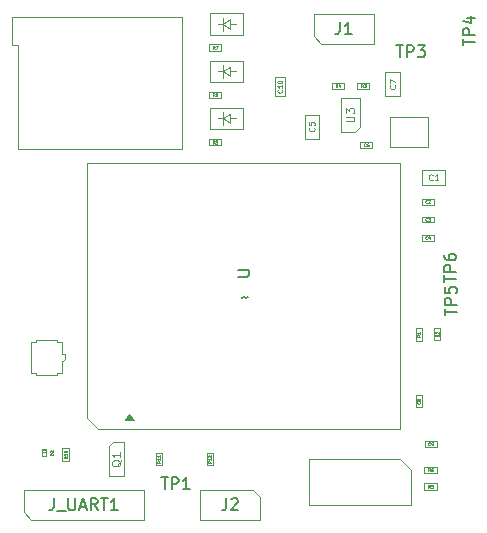
<source format=gbr>
%TF.GenerationSoftware,KiCad,Pcbnew,9.0.6*%
%TF.CreationDate,2025-12-31T00:22:08+05:30*%
%TF.ProjectId,c16qs-carrier-board,63313671-732d-4636-9172-726965722d62,rev?*%
%TF.SameCoordinates,Original*%
%TF.FileFunction,AssemblyDrawing,Top*%
%FSLAX46Y46*%
G04 Gerber Fmt 4.6, Leading zero omitted, Abs format (unit mm)*
G04 Created by KiCad (PCBNEW 9.0.6) date 2025-12-31 00:22:08*
%MOMM*%
%LPD*%
G01*
G04 APERTURE LIST*
%ADD10C,0.040000*%
%ADD11C,0.060000*%
%ADD12C,0.150000*%
%ADD13C,0.080000*%
%ADD14C,0.110000*%
%ADD15C,0.100000*%
G04 APERTURE END LIST*
D10*
X123368200Y-92017142D02*
X123244391Y-92103809D01*
X123368200Y-92165714D02*
X123108200Y-92165714D01*
X123108200Y-92165714D02*
X123108200Y-92066666D01*
X123108200Y-92066666D02*
X123120581Y-92041904D01*
X123120581Y-92041904D02*
X123132962Y-92029523D01*
X123132962Y-92029523D02*
X123157724Y-92017142D01*
X123157724Y-92017142D02*
X123194867Y-92017142D01*
X123194867Y-92017142D02*
X123219629Y-92029523D01*
X123219629Y-92029523D02*
X123232010Y-92041904D01*
X123232010Y-92041904D02*
X123244391Y-92066666D01*
X123244391Y-92066666D02*
X123244391Y-92165714D01*
X123368200Y-91769523D02*
X123368200Y-91918095D01*
X123368200Y-91843809D02*
X123108200Y-91843809D01*
X123108200Y-91843809D02*
X123145343Y-91868571D01*
X123145343Y-91868571D02*
X123170105Y-91893333D01*
X123170105Y-91893333D02*
X123182486Y-91918095D01*
X123368200Y-91521904D02*
X123368200Y-91670476D01*
X123368200Y-91596190D02*
X123108200Y-91596190D01*
X123108200Y-91596190D02*
X123145343Y-91620952D01*
X123145343Y-91620952D02*
X123170105Y-91645714D01*
X123170105Y-91645714D02*
X123182486Y-91670476D01*
D11*
X133643832Y-60557142D02*
X133662880Y-60576190D01*
X133662880Y-60576190D02*
X133681927Y-60633332D01*
X133681927Y-60633332D02*
X133681927Y-60671428D01*
X133681927Y-60671428D02*
X133662880Y-60728571D01*
X133662880Y-60728571D02*
X133624784Y-60766666D01*
X133624784Y-60766666D02*
X133586689Y-60785713D01*
X133586689Y-60785713D02*
X133510499Y-60804761D01*
X133510499Y-60804761D02*
X133453356Y-60804761D01*
X133453356Y-60804761D02*
X133377165Y-60785713D01*
X133377165Y-60785713D02*
X133339070Y-60766666D01*
X133339070Y-60766666D02*
X133300975Y-60728571D01*
X133300975Y-60728571D02*
X133281927Y-60671428D01*
X133281927Y-60671428D02*
X133281927Y-60633332D01*
X133281927Y-60633332D02*
X133300975Y-60576190D01*
X133300975Y-60576190D02*
X133320022Y-60557142D01*
X133681927Y-60176190D02*
X133681927Y-60404761D01*
X133681927Y-60290475D02*
X133281927Y-60290475D01*
X133281927Y-60290475D02*
X133339070Y-60328571D01*
X133339070Y-60328571D02*
X133377165Y-60366666D01*
X133377165Y-60366666D02*
X133396213Y-60404761D01*
X133281927Y-59928571D02*
X133281927Y-59890476D01*
X133281927Y-59890476D02*
X133300975Y-59852380D01*
X133300975Y-59852380D02*
X133320022Y-59833333D01*
X133320022Y-59833333D02*
X133358118Y-59814285D01*
X133358118Y-59814285D02*
X133434308Y-59795238D01*
X133434308Y-59795238D02*
X133529546Y-59795238D01*
X133529546Y-59795238D02*
X133605737Y-59814285D01*
X133605737Y-59814285D02*
X133643832Y-59833333D01*
X133643832Y-59833333D02*
X133662880Y-59852380D01*
X133662880Y-59852380D02*
X133681927Y-59890476D01*
X133681927Y-59890476D02*
X133681927Y-59928571D01*
X133681927Y-59928571D02*
X133662880Y-59966666D01*
X133662880Y-59966666D02*
X133643832Y-59985714D01*
X133643832Y-59985714D02*
X133605737Y-60004761D01*
X133605737Y-60004761D02*
X133529546Y-60023809D01*
X133529546Y-60023809D02*
X133434308Y-60023809D01*
X133434308Y-60023809D02*
X133358118Y-60004761D01*
X133358118Y-60004761D02*
X133320022Y-59985714D01*
X133320022Y-59985714D02*
X133300975Y-59966666D01*
X133300975Y-59966666D02*
X133281927Y-59928571D01*
D10*
X115468200Y-91617142D02*
X115344391Y-91703809D01*
X115468200Y-91765714D02*
X115208200Y-91765714D01*
X115208200Y-91765714D02*
X115208200Y-91666666D01*
X115208200Y-91666666D02*
X115220581Y-91641904D01*
X115220581Y-91641904D02*
X115232962Y-91629523D01*
X115232962Y-91629523D02*
X115257724Y-91617142D01*
X115257724Y-91617142D02*
X115294867Y-91617142D01*
X115294867Y-91617142D02*
X115319629Y-91629523D01*
X115319629Y-91629523D02*
X115332010Y-91641904D01*
X115332010Y-91641904D02*
X115344391Y-91666666D01*
X115344391Y-91666666D02*
X115344391Y-91765714D01*
X115468200Y-91369523D02*
X115468200Y-91518095D01*
X115468200Y-91443809D02*
X115208200Y-91443809D01*
X115208200Y-91443809D02*
X115245343Y-91468571D01*
X115245343Y-91468571D02*
X115270105Y-91493333D01*
X115270105Y-91493333D02*
X115282486Y-91518095D01*
X115208200Y-91208571D02*
X115208200Y-91183809D01*
X115208200Y-91183809D02*
X115220581Y-91159047D01*
X115220581Y-91159047D02*
X115232962Y-91146666D01*
X115232962Y-91146666D02*
X115257724Y-91134285D01*
X115257724Y-91134285D02*
X115307248Y-91121904D01*
X115307248Y-91121904D02*
X115369153Y-91121904D01*
X115369153Y-91121904D02*
X115418677Y-91134285D01*
X115418677Y-91134285D02*
X115443439Y-91146666D01*
X115443439Y-91146666D02*
X115455820Y-91159047D01*
X115455820Y-91159047D02*
X115468200Y-91183809D01*
X115468200Y-91183809D02*
X115468200Y-91208571D01*
X115468200Y-91208571D02*
X115455820Y-91233333D01*
X115455820Y-91233333D02*
X115443439Y-91245714D01*
X115443439Y-91245714D02*
X115418677Y-91258095D01*
X115418677Y-91258095D02*
X115369153Y-91270476D01*
X115369153Y-91270476D02*
X115307248Y-91270476D01*
X115307248Y-91270476D02*
X115257724Y-91258095D01*
X115257724Y-91258095D02*
X115232962Y-91245714D01*
X115232962Y-91245714D02*
X115220581Y-91233333D01*
X115220581Y-91233333D02*
X115208200Y-91208571D01*
X140758333Y-65339765D02*
X140746429Y-65351670D01*
X140746429Y-65351670D02*
X140710714Y-65363574D01*
X140710714Y-65363574D02*
X140686905Y-65363574D01*
X140686905Y-65363574D02*
X140651191Y-65351670D01*
X140651191Y-65351670D02*
X140627381Y-65327860D01*
X140627381Y-65327860D02*
X140615476Y-65304050D01*
X140615476Y-65304050D02*
X140603572Y-65256431D01*
X140603572Y-65256431D02*
X140603572Y-65220717D01*
X140603572Y-65220717D02*
X140615476Y-65173098D01*
X140615476Y-65173098D02*
X140627381Y-65149289D01*
X140627381Y-65149289D02*
X140651191Y-65125479D01*
X140651191Y-65125479D02*
X140686905Y-65113574D01*
X140686905Y-65113574D02*
X140710714Y-65113574D01*
X140710714Y-65113574D02*
X140746429Y-65125479D01*
X140746429Y-65125479D02*
X140758333Y-65137384D01*
X140972619Y-65113574D02*
X140925000Y-65113574D01*
X140925000Y-65113574D02*
X140901191Y-65125479D01*
X140901191Y-65125479D02*
X140889286Y-65137384D01*
X140889286Y-65137384D02*
X140865476Y-65173098D01*
X140865476Y-65173098D02*
X140853572Y-65220717D01*
X140853572Y-65220717D02*
X140853572Y-65315955D01*
X140853572Y-65315955D02*
X140865476Y-65339765D01*
X140865476Y-65339765D02*
X140877381Y-65351670D01*
X140877381Y-65351670D02*
X140901191Y-65363574D01*
X140901191Y-65363574D02*
X140948810Y-65363574D01*
X140948810Y-65363574D02*
X140972619Y-65351670D01*
X140972619Y-65351670D02*
X140984524Y-65339765D01*
X140984524Y-65339765D02*
X140996429Y-65315955D01*
X140996429Y-65315955D02*
X140996429Y-65256431D01*
X140996429Y-65256431D02*
X140984524Y-65232622D01*
X140984524Y-65232622D02*
X140972619Y-65220717D01*
X140972619Y-65220717D02*
X140948810Y-65208812D01*
X140948810Y-65208812D02*
X140901191Y-65208812D01*
X140901191Y-65208812D02*
X140877381Y-65220717D01*
X140877381Y-65220717D02*
X140865476Y-65232622D01*
X140865476Y-65232622D02*
X140853572Y-65256431D01*
X146918200Y-81293332D02*
X146794391Y-81379999D01*
X146918200Y-81441904D02*
X146658200Y-81441904D01*
X146658200Y-81441904D02*
X146658200Y-81342856D01*
X146658200Y-81342856D02*
X146670581Y-81318094D01*
X146670581Y-81318094D02*
X146682962Y-81305713D01*
X146682962Y-81305713D02*
X146707724Y-81293332D01*
X146707724Y-81293332D02*
X146744867Y-81293332D01*
X146744867Y-81293332D02*
X146769629Y-81305713D01*
X146769629Y-81305713D02*
X146782010Y-81318094D01*
X146782010Y-81318094D02*
X146794391Y-81342856D01*
X146794391Y-81342856D02*
X146794391Y-81441904D01*
X146682962Y-81194285D02*
X146670581Y-81181904D01*
X146670581Y-81181904D02*
X146658200Y-81157142D01*
X146658200Y-81157142D02*
X146658200Y-81095237D01*
X146658200Y-81095237D02*
X146670581Y-81070475D01*
X146670581Y-81070475D02*
X146682962Y-81058094D01*
X146682962Y-81058094D02*
X146707724Y-81045713D01*
X146707724Y-81045713D02*
X146732486Y-81045713D01*
X146732486Y-81045713D02*
X146769629Y-81058094D01*
X146769629Y-81058094D02*
X146918200Y-81206666D01*
X146918200Y-81206666D02*
X146918200Y-81045713D01*
X146208333Y-90639765D02*
X146196429Y-90651670D01*
X146196429Y-90651670D02*
X146160714Y-90663574D01*
X146160714Y-90663574D02*
X146136905Y-90663574D01*
X146136905Y-90663574D02*
X146101191Y-90651670D01*
X146101191Y-90651670D02*
X146077381Y-90627860D01*
X146077381Y-90627860D02*
X146065476Y-90604050D01*
X146065476Y-90604050D02*
X146053572Y-90556431D01*
X146053572Y-90556431D02*
X146053572Y-90520717D01*
X146053572Y-90520717D02*
X146065476Y-90473098D01*
X146065476Y-90473098D02*
X146077381Y-90449289D01*
X146077381Y-90449289D02*
X146101191Y-90425479D01*
X146101191Y-90425479D02*
X146136905Y-90413574D01*
X146136905Y-90413574D02*
X146160714Y-90413574D01*
X146160714Y-90413574D02*
X146196429Y-90425479D01*
X146196429Y-90425479D02*
X146208333Y-90437384D01*
X146327381Y-90663574D02*
X146375000Y-90663574D01*
X146375000Y-90663574D02*
X146398810Y-90651670D01*
X146398810Y-90651670D02*
X146410714Y-90639765D01*
X146410714Y-90639765D02*
X146434524Y-90604050D01*
X146434524Y-90604050D02*
X146446429Y-90556431D01*
X146446429Y-90556431D02*
X146446429Y-90461193D01*
X146446429Y-90461193D02*
X146434524Y-90437384D01*
X146434524Y-90437384D02*
X146422619Y-90425479D01*
X146422619Y-90425479D02*
X146398810Y-90413574D01*
X146398810Y-90413574D02*
X146351191Y-90413574D01*
X146351191Y-90413574D02*
X146327381Y-90425479D01*
X146327381Y-90425479D02*
X146315476Y-90437384D01*
X146315476Y-90437384D02*
X146303572Y-90461193D01*
X146303572Y-90461193D02*
X146303572Y-90520717D01*
X146303572Y-90520717D02*
X146315476Y-90544527D01*
X146315476Y-90544527D02*
X146327381Y-90556431D01*
X146327381Y-90556431D02*
X146351191Y-90568336D01*
X146351191Y-90568336D02*
X146398810Y-90568336D01*
X146398810Y-90568336D02*
X146422619Y-90556431D01*
X146422619Y-90556431D02*
X146434524Y-90544527D01*
X146434524Y-90544527D02*
X146446429Y-90520717D01*
D12*
X138561666Y-54854819D02*
X138561666Y-55569104D01*
X138561666Y-55569104D02*
X138514047Y-55711961D01*
X138514047Y-55711961D02*
X138418809Y-55807200D01*
X138418809Y-55807200D02*
X138275952Y-55854819D01*
X138275952Y-55854819D02*
X138180714Y-55854819D01*
X139561666Y-55854819D02*
X138990238Y-55854819D01*
X139275952Y-55854819D02*
X139275952Y-54854819D01*
X139275952Y-54854819D02*
X139180714Y-54997676D01*
X139180714Y-54997676D02*
X139085476Y-55092914D01*
X139085476Y-55092914D02*
X138990238Y-55140533D01*
X128946666Y-95154819D02*
X128946666Y-95869104D01*
X128946666Y-95869104D02*
X128899047Y-96011961D01*
X128899047Y-96011961D02*
X128803809Y-96107200D01*
X128803809Y-96107200D02*
X128660952Y-96154819D01*
X128660952Y-96154819D02*
X128565714Y-96154819D01*
X129375238Y-95250057D02*
X129422857Y-95202438D01*
X129422857Y-95202438D02*
X129518095Y-95154819D01*
X129518095Y-95154819D02*
X129756190Y-95154819D01*
X129756190Y-95154819D02*
X129851428Y-95202438D01*
X129851428Y-95202438D02*
X129899047Y-95250057D01*
X129899047Y-95250057D02*
X129946666Y-95345295D01*
X129946666Y-95345295D02*
X129946666Y-95440533D01*
X129946666Y-95440533D02*
X129899047Y-95583390D01*
X129899047Y-95583390D02*
X129327619Y-96154819D01*
X129327619Y-96154819D02*
X129946666Y-96154819D01*
D13*
X143229530Y-60183333D02*
X143253340Y-60207142D01*
X143253340Y-60207142D02*
X143277149Y-60278571D01*
X143277149Y-60278571D02*
X143277149Y-60326190D01*
X143277149Y-60326190D02*
X143253340Y-60397618D01*
X143253340Y-60397618D02*
X143205720Y-60445237D01*
X143205720Y-60445237D02*
X143158101Y-60469047D01*
X143158101Y-60469047D02*
X143062863Y-60492856D01*
X143062863Y-60492856D02*
X142991435Y-60492856D01*
X142991435Y-60492856D02*
X142896197Y-60469047D01*
X142896197Y-60469047D02*
X142848578Y-60445237D01*
X142848578Y-60445237D02*
X142800959Y-60397618D01*
X142800959Y-60397618D02*
X142777149Y-60326190D01*
X142777149Y-60326190D02*
X142777149Y-60278571D01*
X142777149Y-60278571D02*
X142800959Y-60207142D01*
X142800959Y-60207142D02*
X142824768Y-60183333D01*
X142777149Y-60016666D02*
X142777149Y-59683333D01*
X142777149Y-59683333D02*
X143277149Y-59897618D01*
D10*
X138356667Y-60368200D02*
X138270000Y-60244391D01*
X138208095Y-60368200D02*
X138208095Y-60108200D01*
X138208095Y-60108200D02*
X138307143Y-60108200D01*
X138307143Y-60108200D02*
X138331905Y-60120581D01*
X138331905Y-60120581D02*
X138344286Y-60132962D01*
X138344286Y-60132962D02*
X138356667Y-60157724D01*
X138356667Y-60157724D02*
X138356667Y-60194867D01*
X138356667Y-60194867D02*
X138344286Y-60219629D01*
X138344286Y-60219629D02*
X138331905Y-60232010D01*
X138331905Y-60232010D02*
X138307143Y-60244391D01*
X138307143Y-60244391D02*
X138208095Y-60244391D01*
X138579524Y-60194867D02*
X138579524Y-60368200D01*
X138517619Y-60095820D02*
X138455714Y-60281534D01*
X138455714Y-60281534D02*
X138616667Y-60281534D01*
X145958333Y-73189765D02*
X145946429Y-73201670D01*
X145946429Y-73201670D02*
X145910714Y-73213574D01*
X145910714Y-73213574D02*
X145886905Y-73213574D01*
X145886905Y-73213574D02*
X145851191Y-73201670D01*
X145851191Y-73201670D02*
X145827381Y-73177860D01*
X145827381Y-73177860D02*
X145815476Y-73154050D01*
X145815476Y-73154050D02*
X145803572Y-73106431D01*
X145803572Y-73106431D02*
X145803572Y-73070717D01*
X145803572Y-73070717D02*
X145815476Y-73023098D01*
X145815476Y-73023098D02*
X145827381Y-72999289D01*
X145827381Y-72999289D02*
X145851191Y-72975479D01*
X145851191Y-72975479D02*
X145886905Y-72963574D01*
X145886905Y-72963574D02*
X145910714Y-72963574D01*
X145910714Y-72963574D02*
X145946429Y-72975479D01*
X145946429Y-72975479D02*
X145958333Y-72987384D01*
X146172619Y-73046908D02*
X146172619Y-73213574D01*
X146113095Y-72951670D02*
X146053572Y-73130241D01*
X146053572Y-73130241D02*
X146208333Y-73130241D01*
D14*
X139057365Y-63248571D02*
X139640222Y-63248571D01*
X139640222Y-63248571D02*
X139708794Y-63214285D01*
X139708794Y-63214285D02*
X139743080Y-63180000D01*
X139743080Y-63180000D02*
X139777365Y-63111428D01*
X139777365Y-63111428D02*
X139777365Y-62974285D01*
X139777365Y-62974285D02*
X139743080Y-62905714D01*
X139743080Y-62905714D02*
X139708794Y-62871428D01*
X139708794Y-62871428D02*
X139640222Y-62837142D01*
X139640222Y-62837142D02*
X139057365Y-62837142D01*
X139057365Y-62562856D02*
X139057365Y-62117142D01*
X139057365Y-62117142D02*
X139331651Y-62357142D01*
X139331651Y-62357142D02*
X139331651Y-62254285D01*
X139331651Y-62254285D02*
X139365937Y-62185714D01*
X139365937Y-62185714D02*
X139400222Y-62151428D01*
X139400222Y-62151428D02*
X139468794Y-62117142D01*
X139468794Y-62117142D02*
X139640222Y-62117142D01*
X139640222Y-62117142D02*
X139708794Y-62151428D01*
X139708794Y-62151428D02*
X139743080Y-62185714D01*
X139743080Y-62185714D02*
X139777365Y-62254285D01*
X139777365Y-62254285D02*
X139777365Y-62459999D01*
X139777365Y-62459999D02*
X139743080Y-62528571D01*
X139743080Y-62528571D02*
X139708794Y-62562856D01*
D10*
X146206667Y-94268200D02*
X146120000Y-94144391D01*
X146058095Y-94268200D02*
X146058095Y-94008200D01*
X146058095Y-94008200D02*
X146157143Y-94008200D01*
X146157143Y-94008200D02*
X146181905Y-94020581D01*
X146181905Y-94020581D02*
X146194286Y-94032962D01*
X146194286Y-94032962D02*
X146206667Y-94057724D01*
X146206667Y-94057724D02*
X146206667Y-94094867D01*
X146206667Y-94094867D02*
X146194286Y-94119629D01*
X146194286Y-94119629D02*
X146181905Y-94132010D01*
X146181905Y-94132010D02*
X146157143Y-94144391D01*
X146157143Y-94144391D02*
X146058095Y-94144391D01*
X146441905Y-94008200D02*
X146318095Y-94008200D01*
X146318095Y-94008200D02*
X146305714Y-94132010D01*
X146305714Y-94132010D02*
X146318095Y-94119629D01*
X146318095Y-94119629D02*
X146342857Y-94107248D01*
X146342857Y-94107248D02*
X146404762Y-94107248D01*
X146404762Y-94107248D02*
X146429524Y-94119629D01*
X146429524Y-94119629D02*
X146441905Y-94132010D01*
X146441905Y-94132010D02*
X146454286Y-94156772D01*
X146454286Y-94156772D02*
X146454286Y-94218677D01*
X146454286Y-94218677D02*
X146441905Y-94243439D01*
X146441905Y-94243439D02*
X146429524Y-94255820D01*
X146429524Y-94255820D02*
X146404762Y-94268200D01*
X146404762Y-94268200D02*
X146342857Y-94268200D01*
X146342857Y-94268200D02*
X146318095Y-94255820D01*
X146318095Y-94255820D02*
X146305714Y-94243439D01*
X145368200Y-81343332D02*
X145244391Y-81429999D01*
X145368200Y-81491904D02*
X145108200Y-81491904D01*
X145108200Y-81491904D02*
X145108200Y-81392856D01*
X145108200Y-81392856D02*
X145120581Y-81368094D01*
X145120581Y-81368094D02*
X145132962Y-81355713D01*
X145132962Y-81355713D02*
X145157724Y-81343332D01*
X145157724Y-81343332D02*
X145194867Y-81343332D01*
X145194867Y-81343332D02*
X145219629Y-81355713D01*
X145219629Y-81355713D02*
X145232010Y-81368094D01*
X145232010Y-81368094D02*
X145244391Y-81392856D01*
X145244391Y-81392856D02*
X145244391Y-81491904D01*
X145368200Y-81095713D02*
X145368200Y-81244285D01*
X145368200Y-81169999D02*
X145108200Y-81169999D01*
X145108200Y-81169999D02*
X145145343Y-81194761D01*
X145145343Y-81194761D02*
X145170105Y-81219523D01*
X145170105Y-81219523D02*
X145182486Y-81244285D01*
D14*
X120045937Y-91918571D02*
X120011651Y-91987142D01*
X120011651Y-91987142D02*
X119943080Y-92055714D01*
X119943080Y-92055714D02*
X119840222Y-92158571D01*
X119840222Y-92158571D02*
X119805937Y-92227142D01*
X119805937Y-92227142D02*
X119805937Y-92295714D01*
X119977365Y-92261428D02*
X119943080Y-92330000D01*
X119943080Y-92330000D02*
X119874508Y-92398571D01*
X119874508Y-92398571D02*
X119737365Y-92432857D01*
X119737365Y-92432857D02*
X119497365Y-92432857D01*
X119497365Y-92432857D02*
X119360222Y-92398571D01*
X119360222Y-92398571D02*
X119291651Y-92330000D01*
X119291651Y-92330000D02*
X119257365Y-92261428D01*
X119257365Y-92261428D02*
X119257365Y-92124285D01*
X119257365Y-92124285D02*
X119291651Y-92055714D01*
X119291651Y-92055714D02*
X119360222Y-91987142D01*
X119360222Y-91987142D02*
X119497365Y-91952857D01*
X119497365Y-91952857D02*
X119737365Y-91952857D01*
X119737365Y-91952857D02*
X119874508Y-91987142D01*
X119874508Y-91987142D02*
X119943080Y-92055714D01*
X119943080Y-92055714D02*
X119977365Y-92124285D01*
X119977365Y-92124285D02*
X119977365Y-92261428D01*
X119977365Y-91267142D02*
X119977365Y-91678571D01*
X119977365Y-91472856D02*
X119257365Y-91472856D01*
X119257365Y-91472856D02*
X119360222Y-91541428D01*
X119360222Y-91541428D02*
X119428794Y-91609999D01*
X119428794Y-91609999D02*
X119463080Y-91678571D01*
D10*
X127956667Y-65118200D02*
X127870000Y-64994391D01*
X127808095Y-65118200D02*
X127808095Y-64858200D01*
X127808095Y-64858200D02*
X127907143Y-64858200D01*
X127907143Y-64858200D02*
X127931905Y-64870581D01*
X127931905Y-64870581D02*
X127944286Y-64882962D01*
X127944286Y-64882962D02*
X127956667Y-64907724D01*
X127956667Y-64907724D02*
X127956667Y-64944867D01*
X127956667Y-64944867D02*
X127944286Y-64969629D01*
X127944286Y-64969629D02*
X127931905Y-64982010D01*
X127931905Y-64982010D02*
X127907143Y-64994391D01*
X127907143Y-64994391D02*
X127808095Y-64994391D01*
X128080476Y-65118200D02*
X128130000Y-65118200D01*
X128130000Y-65118200D02*
X128154762Y-65105820D01*
X128154762Y-65105820D02*
X128167143Y-65093439D01*
X128167143Y-65093439D02*
X128191905Y-65056296D01*
X128191905Y-65056296D02*
X128204286Y-65006772D01*
X128204286Y-65006772D02*
X128204286Y-64907724D01*
X128204286Y-64907724D02*
X128191905Y-64882962D01*
X128191905Y-64882962D02*
X128179524Y-64870581D01*
X128179524Y-64870581D02*
X128154762Y-64858200D01*
X128154762Y-64858200D02*
X128105238Y-64858200D01*
X128105238Y-64858200D02*
X128080476Y-64870581D01*
X128080476Y-64870581D02*
X128068095Y-64882962D01*
X128068095Y-64882962D02*
X128055714Y-64907724D01*
X128055714Y-64907724D02*
X128055714Y-64969629D01*
X128055714Y-64969629D02*
X128068095Y-64994391D01*
X128068095Y-64994391D02*
X128080476Y-65006772D01*
X128080476Y-65006772D02*
X128105238Y-65019153D01*
X128105238Y-65019153D02*
X128154762Y-65019153D01*
X128154762Y-65019153D02*
X128179524Y-65006772D01*
X128179524Y-65006772D02*
X128191905Y-64994391D01*
X128191905Y-64994391D02*
X128204286Y-64969629D01*
X127956667Y-57118200D02*
X127870000Y-56994391D01*
X127808095Y-57118200D02*
X127808095Y-56858200D01*
X127808095Y-56858200D02*
X127907143Y-56858200D01*
X127907143Y-56858200D02*
X127931905Y-56870581D01*
X127931905Y-56870581D02*
X127944286Y-56882962D01*
X127944286Y-56882962D02*
X127956667Y-56907724D01*
X127956667Y-56907724D02*
X127956667Y-56944867D01*
X127956667Y-56944867D02*
X127944286Y-56969629D01*
X127944286Y-56969629D02*
X127931905Y-56982010D01*
X127931905Y-56982010D02*
X127907143Y-56994391D01*
X127907143Y-56994391D02*
X127808095Y-56994391D01*
X128043333Y-56858200D02*
X128216667Y-56858200D01*
X128216667Y-56858200D02*
X128105238Y-57118200D01*
D13*
X136379530Y-63783333D02*
X136403340Y-63807142D01*
X136403340Y-63807142D02*
X136427149Y-63878571D01*
X136427149Y-63878571D02*
X136427149Y-63926190D01*
X136427149Y-63926190D02*
X136403340Y-63997618D01*
X136403340Y-63997618D02*
X136355720Y-64045237D01*
X136355720Y-64045237D02*
X136308101Y-64069047D01*
X136308101Y-64069047D02*
X136212863Y-64092856D01*
X136212863Y-64092856D02*
X136141435Y-64092856D01*
X136141435Y-64092856D02*
X136046197Y-64069047D01*
X136046197Y-64069047D02*
X135998578Y-64045237D01*
X135998578Y-64045237D02*
X135950959Y-63997618D01*
X135950959Y-63997618D02*
X135927149Y-63926190D01*
X135927149Y-63926190D02*
X135927149Y-63878571D01*
X135927149Y-63878571D02*
X135950959Y-63807142D01*
X135950959Y-63807142D02*
X135974768Y-63783333D01*
X135927149Y-63330952D02*
X135927149Y-63569047D01*
X135927149Y-63569047D02*
X136165244Y-63592856D01*
X136165244Y-63592856D02*
X136141435Y-63569047D01*
X136141435Y-63569047D02*
X136117625Y-63521428D01*
X136117625Y-63521428D02*
X136117625Y-63402380D01*
X136117625Y-63402380D02*
X136141435Y-63354761D01*
X136141435Y-63354761D02*
X136165244Y-63330952D01*
X136165244Y-63330952D02*
X136212863Y-63307142D01*
X136212863Y-63307142D02*
X136331911Y-63307142D01*
X136331911Y-63307142D02*
X136379530Y-63330952D01*
X136379530Y-63330952D02*
X136403340Y-63354761D01*
X136403340Y-63354761D02*
X136427149Y-63402380D01*
X136427149Y-63402380D02*
X136427149Y-63521428D01*
X136427149Y-63521428D02*
X136403340Y-63569047D01*
X136403340Y-63569047D02*
X136379530Y-63592856D01*
D10*
X145958333Y-70139765D02*
X145946429Y-70151670D01*
X145946429Y-70151670D02*
X145910714Y-70163574D01*
X145910714Y-70163574D02*
X145886905Y-70163574D01*
X145886905Y-70163574D02*
X145851191Y-70151670D01*
X145851191Y-70151670D02*
X145827381Y-70127860D01*
X145827381Y-70127860D02*
X145815476Y-70104050D01*
X145815476Y-70104050D02*
X145803572Y-70056431D01*
X145803572Y-70056431D02*
X145803572Y-70020717D01*
X145803572Y-70020717D02*
X145815476Y-69973098D01*
X145815476Y-69973098D02*
X145827381Y-69949289D01*
X145827381Y-69949289D02*
X145851191Y-69925479D01*
X145851191Y-69925479D02*
X145886905Y-69913574D01*
X145886905Y-69913574D02*
X145910714Y-69913574D01*
X145910714Y-69913574D02*
X145946429Y-69925479D01*
X145946429Y-69925479D02*
X145958333Y-69937384D01*
X146053572Y-69937384D02*
X146065476Y-69925479D01*
X146065476Y-69925479D02*
X146089286Y-69913574D01*
X146089286Y-69913574D02*
X146148810Y-69913574D01*
X146148810Y-69913574D02*
X146172619Y-69925479D01*
X146172619Y-69925479D02*
X146184524Y-69937384D01*
X146184524Y-69937384D02*
X146196429Y-69961193D01*
X146196429Y-69961193D02*
X146196429Y-69985003D01*
X146196429Y-69985003D02*
X146184524Y-70020717D01*
X146184524Y-70020717D02*
X146041667Y-70163574D01*
X146041667Y-70163574D02*
X146196429Y-70163574D01*
X146206667Y-92868200D02*
X146120000Y-92744391D01*
X146058095Y-92868200D02*
X146058095Y-92608200D01*
X146058095Y-92608200D02*
X146157143Y-92608200D01*
X146157143Y-92608200D02*
X146181905Y-92620581D01*
X146181905Y-92620581D02*
X146194286Y-92632962D01*
X146194286Y-92632962D02*
X146206667Y-92657724D01*
X146206667Y-92657724D02*
X146206667Y-92694867D01*
X146206667Y-92694867D02*
X146194286Y-92719629D01*
X146194286Y-92719629D02*
X146181905Y-92732010D01*
X146181905Y-92732010D02*
X146157143Y-92744391D01*
X146157143Y-92744391D02*
X146058095Y-92744391D01*
X146429524Y-92608200D02*
X146380000Y-92608200D01*
X146380000Y-92608200D02*
X146355238Y-92620581D01*
X146355238Y-92620581D02*
X146342857Y-92632962D01*
X146342857Y-92632962D02*
X146318095Y-92670105D01*
X146318095Y-92670105D02*
X146305714Y-92719629D01*
X146305714Y-92719629D02*
X146305714Y-92818677D01*
X146305714Y-92818677D02*
X146318095Y-92843439D01*
X146318095Y-92843439D02*
X146330476Y-92855820D01*
X146330476Y-92855820D02*
X146355238Y-92868200D01*
X146355238Y-92868200D02*
X146404762Y-92868200D01*
X146404762Y-92868200D02*
X146429524Y-92855820D01*
X146429524Y-92855820D02*
X146441905Y-92843439D01*
X146441905Y-92843439D02*
X146454286Y-92818677D01*
X146454286Y-92818677D02*
X146454286Y-92756772D01*
X146454286Y-92756772D02*
X146441905Y-92732010D01*
X146441905Y-92732010D02*
X146429524Y-92719629D01*
X146429524Y-92719629D02*
X146404762Y-92707248D01*
X146404762Y-92707248D02*
X146355238Y-92707248D01*
X146355238Y-92707248D02*
X146330476Y-92719629D01*
X146330476Y-92719629D02*
X146318095Y-92732010D01*
X146318095Y-92732010D02*
X146305714Y-92756772D01*
X145339765Y-86991666D02*
X145351670Y-87003570D01*
X145351670Y-87003570D02*
X145363574Y-87039285D01*
X145363574Y-87039285D02*
X145363574Y-87063094D01*
X145363574Y-87063094D02*
X145351670Y-87098808D01*
X145351670Y-87098808D02*
X145327860Y-87122618D01*
X145327860Y-87122618D02*
X145304050Y-87134523D01*
X145304050Y-87134523D02*
X145256431Y-87146427D01*
X145256431Y-87146427D02*
X145220717Y-87146427D01*
X145220717Y-87146427D02*
X145173098Y-87134523D01*
X145173098Y-87134523D02*
X145149289Y-87122618D01*
X145149289Y-87122618D02*
X145125479Y-87098808D01*
X145125479Y-87098808D02*
X145113574Y-87063094D01*
X145113574Y-87063094D02*
X145113574Y-87039285D01*
X145113574Y-87039285D02*
X145125479Y-87003570D01*
X145125479Y-87003570D02*
X145137384Y-86991666D01*
X145220717Y-86848808D02*
X145208812Y-86872618D01*
X145208812Y-86872618D02*
X145196908Y-86884523D01*
X145196908Y-86884523D02*
X145173098Y-86896427D01*
X145173098Y-86896427D02*
X145161193Y-86896427D01*
X145161193Y-86896427D02*
X145137384Y-86884523D01*
X145137384Y-86884523D02*
X145125479Y-86872618D01*
X145125479Y-86872618D02*
X145113574Y-86848808D01*
X145113574Y-86848808D02*
X145113574Y-86801189D01*
X145113574Y-86801189D02*
X145125479Y-86777380D01*
X145125479Y-86777380D02*
X145137384Y-86765475D01*
X145137384Y-86765475D02*
X145161193Y-86753570D01*
X145161193Y-86753570D02*
X145173098Y-86753570D01*
X145173098Y-86753570D02*
X145196908Y-86765475D01*
X145196908Y-86765475D02*
X145208812Y-86777380D01*
X145208812Y-86777380D02*
X145220717Y-86801189D01*
X145220717Y-86801189D02*
X145220717Y-86848808D01*
X145220717Y-86848808D02*
X145232622Y-86872618D01*
X145232622Y-86872618D02*
X145244527Y-86884523D01*
X145244527Y-86884523D02*
X145268336Y-86896427D01*
X145268336Y-86896427D02*
X145315955Y-86896427D01*
X145315955Y-86896427D02*
X145339765Y-86884523D01*
X145339765Y-86884523D02*
X145351670Y-86872618D01*
X145351670Y-86872618D02*
X145363574Y-86848808D01*
X145363574Y-86848808D02*
X145363574Y-86801189D01*
X145363574Y-86801189D02*
X145351670Y-86777380D01*
X145351670Y-86777380D02*
X145339765Y-86765475D01*
X145339765Y-86765475D02*
X145315955Y-86753570D01*
X145315955Y-86753570D02*
X145268336Y-86753570D01*
X145268336Y-86753570D02*
X145244527Y-86765475D01*
X145244527Y-86765475D02*
X145232622Y-86777380D01*
X145232622Y-86777380D02*
X145220717Y-86801189D01*
X140506667Y-60368200D02*
X140420000Y-60244391D01*
X140358095Y-60368200D02*
X140358095Y-60108200D01*
X140358095Y-60108200D02*
X140457143Y-60108200D01*
X140457143Y-60108200D02*
X140481905Y-60120581D01*
X140481905Y-60120581D02*
X140494286Y-60132962D01*
X140494286Y-60132962D02*
X140506667Y-60157724D01*
X140506667Y-60157724D02*
X140506667Y-60194867D01*
X140506667Y-60194867D02*
X140494286Y-60219629D01*
X140494286Y-60219629D02*
X140481905Y-60232010D01*
X140481905Y-60232010D02*
X140457143Y-60244391D01*
X140457143Y-60244391D02*
X140358095Y-60244391D01*
X140593333Y-60108200D02*
X140754286Y-60108200D01*
X140754286Y-60108200D02*
X140667619Y-60207248D01*
X140667619Y-60207248D02*
X140704762Y-60207248D01*
X140704762Y-60207248D02*
X140729524Y-60219629D01*
X140729524Y-60219629D02*
X140741905Y-60232010D01*
X140741905Y-60232010D02*
X140754286Y-60256772D01*
X140754286Y-60256772D02*
X140754286Y-60318677D01*
X140754286Y-60318677D02*
X140741905Y-60343439D01*
X140741905Y-60343439D02*
X140729524Y-60355820D01*
X140729524Y-60355820D02*
X140704762Y-60368200D01*
X140704762Y-60368200D02*
X140630476Y-60368200D01*
X140630476Y-60368200D02*
X140605714Y-60355820D01*
X140605714Y-60355820D02*
X140593333Y-60343439D01*
X145958333Y-71639765D02*
X145946429Y-71651670D01*
X145946429Y-71651670D02*
X145910714Y-71663574D01*
X145910714Y-71663574D02*
X145886905Y-71663574D01*
X145886905Y-71663574D02*
X145851191Y-71651670D01*
X145851191Y-71651670D02*
X145827381Y-71627860D01*
X145827381Y-71627860D02*
X145815476Y-71604050D01*
X145815476Y-71604050D02*
X145803572Y-71556431D01*
X145803572Y-71556431D02*
X145803572Y-71520717D01*
X145803572Y-71520717D02*
X145815476Y-71473098D01*
X145815476Y-71473098D02*
X145827381Y-71449289D01*
X145827381Y-71449289D02*
X145851191Y-71425479D01*
X145851191Y-71425479D02*
X145886905Y-71413574D01*
X145886905Y-71413574D02*
X145910714Y-71413574D01*
X145910714Y-71413574D02*
X145946429Y-71425479D01*
X145946429Y-71425479D02*
X145958333Y-71437384D01*
X146041667Y-71413574D02*
X146196429Y-71413574D01*
X146196429Y-71413574D02*
X146113095Y-71508812D01*
X146113095Y-71508812D02*
X146148810Y-71508812D01*
X146148810Y-71508812D02*
X146172619Y-71520717D01*
X146172619Y-71520717D02*
X146184524Y-71532622D01*
X146184524Y-71532622D02*
X146196429Y-71556431D01*
X146196429Y-71556431D02*
X146196429Y-71615955D01*
X146196429Y-71615955D02*
X146184524Y-71639765D01*
X146184524Y-71639765D02*
X146172619Y-71651670D01*
X146172619Y-71651670D02*
X146148810Y-71663574D01*
X146148810Y-71663574D02*
X146077381Y-71663574D01*
X146077381Y-71663574D02*
X146053572Y-71651670D01*
X146053572Y-71651670D02*
X146041667Y-71639765D01*
D12*
X149002819Y-56811904D02*
X149002819Y-56240476D01*
X150002819Y-56526190D02*
X149002819Y-56526190D01*
X150002819Y-55907142D02*
X149002819Y-55907142D01*
X149002819Y-55907142D02*
X149002819Y-55526190D01*
X149002819Y-55526190D02*
X149050438Y-55430952D01*
X149050438Y-55430952D02*
X149098057Y-55383333D01*
X149098057Y-55383333D02*
X149193295Y-55335714D01*
X149193295Y-55335714D02*
X149336152Y-55335714D01*
X149336152Y-55335714D02*
X149431390Y-55383333D01*
X149431390Y-55383333D02*
X149479009Y-55430952D01*
X149479009Y-55430952D02*
X149526628Y-55526190D01*
X149526628Y-55526190D02*
X149526628Y-55907142D01*
X149336152Y-54478571D02*
X150002819Y-54478571D01*
X148955200Y-54716666D02*
X149669485Y-54954761D01*
X149669485Y-54954761D02*
X149669485Y-54335714D01*
D10*
X127956667Y-61118200D02*
X127870000Y-60994391D01*
X127808095Y-61118200D02*
X127808095Y-60858200D01*
X127808095Y-60858200D02*
X127907143Y-60858200D01*
X127907143Y-60858200D02*
X127931905Y-60870581D01*
X127931905Y-60870581D02*
X127944286Y-60882962D01*
X127944286Y-60882962D02*
X127956667Y-60907724D01*
X127956667Y-60907724D02*
X127956667Y-60944867D01*
X127956667Y-60944867D02*
X127944286Y-60969629D01*
X127944286Y-60969629D02*
X127931905Y-60982010D01*
X127931905Y-60982010D02*
X127907143Y-60994391D01*
X127907143Y-60994391D02*
X127808095Y-60994391D01*
X128105238Y-60969629D02*
X128080476Y-60957248D01*
X128080476Y-60957248D02*
X128068095Y-60944867D01*
X128068095Y-60944867D02*
X128055714Y-60920105D01*
X128055714Y-60920105D02*
X128055714Y-60907724D01*
X128055714Y-60907724D02*
X128068095Y-60882962D01*
X128068095Y-60882962D02*
X128080476Y-60870581D01*
X128080476Y-60870581D02*
X128105238Y-60858200D01*
X128105238Y-60858200D02*
X128154762Y-60858200D01*
X128154762Y-60858200D02*
X128179524Y-60870581D01*
X128179524Y-60870581D02*
X128191905Y-60882962D01*
X128191905Y-60882962D02*
X128204286Y-60907724D01*
X128204286Y-60907724D02*
X128204286Y-60920105D01*
X128204286Y-60920105D02*
X128191905Y-60944867D01*
X128191905Y-60944867D02*
X128179524Y-60957248D01*
X128179524Y-60957248D02*
X128154762Y-60969629D01*
X128154762Y-60969629D02*
X128105238Y-60969629D01*
X128105238Y-60969629D02*
X128080476Y-60982010D01*
X128080476Y-60982010D02*
X128068095Y-60994391D01*
X128068095Y-60994391D02*
X128055714Y-61019153D01*
X128055714Y-61019153D02*
X128055714Y-61068677D01*
X128055714Y-61068677D02*
X128068095Y-61093439D01*
X128068095Y-61093439D02*
X128080476Y-61105820D01*
X128080476Y-61105820D02*
X128105238Y-61118200D01*
X128105238Y-61118200D02*
X128154762Y-61118200D01*
X128154762Y-61118200D02*
X128179524Y-61105820D01*
X128179524Y-61105820D02*
X128191905Y-61093439D01*
X128191905Y-61093439D02*
X128204286Y-61068677D01*
X128204286Y-61068677D02*
X128204286Y-61019153D01*
X128204286Y-61019153D02*
X128191905Y-60994391D01*
X128191905Y-60994391D02*
X128179524Y-60982010D01*
X128179524Y-60982010D02*
X128154762Y-60969629D01*
X114293574Y-91484523D02*
X114043574Y-91484523D01*
X114043574Y-91484523D02*
X114043574Y-91424999D01*
X114043574Y-91424999D02*
X114055479Y-91389285D01*
X114055479Y-91389285D02*
X114079289Y-91365475D01*
X114079289Y-91365475D02*
X114103098Y-91353570D01*
X114103098Y-91353570D02*
X114150717Y-91341666D01*
X114150717Y-91341666D02*
X114186431Y-91341666D01*
X114186431Y-91341666D02*
X114234050Y-91353570D01*
X114234050Y-91353570D02*
X114257860Y-91365475D01*
X114257860Y-91365475D02*
X114281670Y-91389285D01*
X114281670Y-91389285D02*
X114293574Y-91424999D01*
X114293574Y-91424999D02*
X114293574Y-91484523D01*
X114067384Y-91246427D02*
X114055479Y-91234523D01*
X114055479Y-91234523D02*
X114043574Y-91210713D01*
X114043574Y-91210713D02*
X114043574Y-91151189D01*
X114043574Y-91151189D02*
X114055479Y-91127380D01*
X114055479Y-91127380D02*
X114067384Y-91115475D01*
X114067384Y-91115475D02*
X114091193Y-91103570D01*
X114091193Y-91103570D02*
X114115003Y-91103570D01*
X114115003Y-91103570D02*
X114150717Y-91115475D01*
X114150717Y-91115475D02*
X114293574Y-91258332D01*
X114293574Y-91258332D02*
X114293574Y-91103570D01*
D12*
X147404819Y-76861904D02*
X147404819Y-76290476D01*
X148404819Y-76576190D02*
X147404819Y-76576190D01*
X148404819Y-75957142D02*
X147404819Y-75957142D01*
X147404819Y-75957142D02*
X147404819Y-75576190D01*
X147404819Y-75576190D02*
X147452438Y-75480952D01*
X147452438Y-75480952D02*
X147500057Y-75433333D01*
X147500057Y-75433333D02*
X147595295Y-75385714D01*
X147595295Y-75385714D02*
X147738152Y-75385714D01*
X147738152Y-75385714D02*
X147833390Y-75433333D01*
X147833390Y-75433333D02*
X147881009Y-75480952D01*
X147881009Y-75480952D02*
X147928628Y-75576190D01*
X147928628Y-75576190D02*
X147928628Y-75957142D01*
X147404819Y-74528571D02*
X147404819Y-74719047D01*
X147404819Y-74719047D02*
X147452438Y-74814285D01*
X147452438Y-74814285D02*
X147500057Y-74861904D01*
X147500057Y-74861904D02*
X147642914Y-74957142D01*
X147642914Y-74957142D02*
X147833390Y-75004761D01*
X147833390Y-75004761D02*
X148214342Y-75004761D01*
X148214342Y-75004761D02*
X148309580Y-74957142D01*
X148309580Y-74957142D02*
X148357200Y-74909523D01*
X148357200Y-74909523D02*
X148404819Y-74814285D01*
X148404819Y-74814285D02*
X148404819Y-74623809D01*
X148404819Y-74623809D02*
X148357200Y-74528571D01*
X148357200Y-74528571D02*
X148309580Y-74480952D01*
X148309580Y-74480952D02*
X148214342Y-74433333D01*
X148214342Y-74433333D02*
X147976247Y-74433333D01*
X147976247Y-74433333D02*
X147881009Y-74480952D01*
X147881009Y-74480952D02*
X147833390Y-74528571D01*
X147833390Y-74528571D02*
X147785771Y-74623809D01*
X147785771Y-74623809D02*
X147785771Y-74814285D01*
X147785771Y-74814285D02*
X147833390Y-74909523D01*
X147833390Y-74909523D02*
X147881009Y-74957142D01*
X147881009Y-74957142D02*
X147976247Y-75004761D01*
D10*
X127668200Y-92017142D02*
X127544391Y-92103809D01*
X127668200Y-92165714D02*
X127408200Y-92165714D01*
X127408200Y-92165714D02*
X127408200Y-92066666D01*
X127408200Y-92066666D02*
X127420581Y-92041904D01*
X127420581Y-92041904D02*
X127432962Y-92029523D01*
X127432962Y-92029523D02*
X127457724Y-92017142D01*
X127457724Y-92017142D02*
X127494867Y-92017142D01*
X127494867Y-92017142D02*
X127519629Y-92029523D01*
X127519629Y-92029523D02*
X127532010Y-92041904D01*
X127532010Y-92041904D02*
X127544391Y-92066666D01*
X127544391Y-92066666D02*
X127544391Y-92165714D01*
X127668200Y-91769523D02*
X127668200Y-91918095D01*
X127668200Y-91843809D02*
X127408200Y-91843809D01*
X127408200Y-91843809D02*
X127445343Y-91868571D01*
X127445343Y-91868571D02*
X127470105Y-91893333D01*
X127470105Y-91893333D02*
X127482486Y-91918095D01*
X127432962Y-91670476D02*
X127420581Y-91658095D01*
X127420581Y-91658095D02*
X127408200Y-91633333D01*
X127408200Y-91633333D02*
X127408200Y-91571428D01*
X127408200Y-91571428D02*
X127420581Y-91546666D01*
X127420581Y-91546666D02*
X127432962Y-91534285D01*
X127432962Y-91534285D02*
X127457724Y-91521904D01*
X127457724Y-91521904D02*
X127482486Y-91521904D01*
X127482486Y-91521904D02*
X127519629Y-91534285D01*
X127519629Y-91534285D02*
X127668200Y-91682857D01*
X127668200Y-91682857D02*
X127668200Y-91521904D01*
D12*
X147454819Y-79661904D02*
X147454819Y-79090476D01*
X148454819Y-79376190D02*
X147454819Y-79376190D01*
X148454819Y-78757142D02*
X147454819Y-78757142D01*
X147454819Y-78757142D02*
X147454819Y-78376190D01*
X147454819Y-78376190D02*
X147502438Y-78280952D01*
X147502438Y-78280952D02*
X147550057Y-78233333D01*
X147550057Y-78233333D02*
X147645295Y-78185714D01*
X147645295Y-78185714D02*
X147788152Y-78185714D01*
X147788152Y-78185714D02*
X147883390Y-78233333D01*
X147883390Y-78233333D02*
X147931009Y-78280952D01*
X147931009Y-78280952D02*
X147978628Y-78376190D01*
X147978628Y-78376190D02*
X147978628Y-78757142D01*
X147454819Y-77280952D02*
X147454819Y-77757142D01*
X147454819Y-77757142D02*
X147931009Y-77804761D01*
X147931009Y-77804761D02*
X147883390Y-77757142D01*
X147883390Y-77757142D02*
X147835771Y-77661904D01*
X147835771Y-77661904D02*
X147835771Y-77423809D01*
X147835771Y-77423809D02*
X147883390Y-77328571D01*
X147883390Y-77328571D02*
X147931009Y-77280952D01*
X147931009Y-77280952D02*
X148026247Y-77233333D01*
X148026247Y-77233333D02*
X148264342Y-77233333D01*
X148264342Y-77233333D02*
X148359580Y-77280952D01*
X148359580Y-77280952D02*
X148407200Y-77328571D01*
X148407200Y-77328571D02*
X148454819Y-77423809D01*
X148454819Y-77423809D02*
X148454819Y-77661904D01*
X148454819Y-77661904D02*
X148407200Y-77757142D01*
X148407200Y-77757142D02*
X148359580Y-77804761D01*
X143338095Y-56804819D02*
X143909523Y-56804819D01*
X143623809Y-57804819D02*
X143623809Y-56804819D01*
X144242857Y-57804819D02*
X144242857Y-56804819D01*
X144242857Y-56804819D02*
X144623809Y-56804819D01*
X144623809Y-56804819D02*
X144719047Y-56852438D01*
X144719047Y-56852438D02*
X144766666Y-56900057D01*
X144766666Y-56900057D02*
X144814285Y-56995295D01*
X144814285Y-56995295D02*
X144814285Y-57138152D01*
X144814285Y-57138152D02*
X144766666Y-57233390D01*
X144766666Y-57233390D02*
X144719047Y-57281009D01*
X144719047Y-57281009D02*
X144623809Y-57328628D01*
X144623809Y-57328628D02*
X144242857Y-57328628D01*
X145147619Y-56804819D02*
X145766666Y-56804819D01*
X145766666Y-56804819D02*
X145433333Y-57185771D01*
X145433333Y-57185771D02*
X145576190Y-57185771D01*
X145576190Y-57185771D02*
X145671428Y-57233390D01*
X145671428Y-57233390D02*
X145719047Y-57281009D01*
X145719047Y-57281009D02*
X145766666Y-57376247D01*
X145766666Y-57376247D02*
X145766666Y-57614342D01*
X145766666Y-57614342D02*
X145719047Y-57709580D01*
X145719047Y-57709580D02*
X145671428Y-57757200D01*
X145671428Y-57757200D02*
X145576190Y-57804819D01*
X145576190Y-57804819D02*
X145290476Y-57804819D01*
X145290476Y-57804819D02*
X145195238Y-57757200D01*
X145195238Y-57757200D02*
X145147619Y-57709580D01*
X130761904Y-78076133D02*
X130714285Y-78123752D01*
X130714285Y-78123752D02*
X130619047Y-78171371D01*
X130619047Y-78171371D02*
X130428571Y-78076133D01*
X130428571Y-78076133D02*
X130333333Y-78123752D01*
X130333333Y-78123752D02*
X130285714Y-78171371D01*
X129904819Y-76385713D02*
X130714342Y-76385713D01*
X130714342Y-76385713D02*
X130809580Y-76338094D01*
X130809580Y-76338094D02*
X130857200Y-76290475D01*
X130857200Y-76290475D02*
X130904819Y-76195237D01*
X130904819Y-76195237D02*
X130904819Y-76004761D01*
X130904819Y-76004761D02*
X130857200Y-75909523D01*
X130857200Y-75909523D02*
X130809580Y-75861904D01*
X130809580Y-75861904D02*
X130714342Y-75814285D01*
X130714342Y-75814285D02*
X129904819Y-75814285D01*
X114342380Y-95154819D02*
X114342380Y-95869104D01*
X114342380Y-95869104D02*
X114294761Y-96011961D01*
X114294761Y-96011961D02*
X114199523Y-96107200D01*
X114199523Y-96107200D02*
X114056666Y-96154819D01*
X114056666Y-96154819D02*
X113961428Y-96154819D01*
X114580476Y-96250057D02*
X115342380Y-96250057D01*
X115580476Y-95154819D02*
X115580476Y-95964342D01*
X115580476Y-95964342D02*
X115628095Y-96059580D01*
X115628095Y-96059580D02*
X115675714Y-96107200D01*
X115675714Y-96107200D02*
X115770952Y-96154819D01*
X115770952Y-96154819D02*
X115961428Y-96154819D01*
X115961428Y-96154819D02*
X116056666Y-96107200D01*
X116056666Y-96107200D02*
X116104285Y-96059580D01*
X116104285Y-96059580D02*
X116151904Y-95964342D01*
X116151904Y-95964342D02*
X116151904Y-95154819D01*
X116580476Y-95869104D02*
X117056666Y-95869104D01*
X116485238Y-96154819D02*
X116818571Y-95154819D01*
X116818571Y-95154819D02*
X117151904Y-96154819D01*
X118056666Y-96154819D02*
X117723333Y-95678628D01*
X117485238Y-96154819D02*
X117485238Y-95154819D01*
X117485238Y-95154819D02*
X117866190Y-95154819D01*
X117866190Y-95154819D02*
X117961428Y-95202438D01*
X117961428Y-95202438D02*
X118009047Y-95250057D01*
X118009047Y-95250057D02*
X118056666Y-95345295D01*
X118056666Y-95345295D02*
X118056666Y-95488152D01*
X118056666Y-95488152D02*
X118009047Y-95583390D01*
X118009047Y-95583390D02*
X117961428Y-95631009D01*
X117961428Y-95631009D02*
X117866190Y-95678628D01*
X117866190Y-95678628D02*
X117485238Y-95678628D01*
X118342381Y-95154819D02*
X118913809Y-95154819D01*
X118628095Y-96154819D02*
X118628095Y-95154819D01*
X119770952Y-96154819D02*
X119199524Y-96154819D01*
X119485238Y-96154819D02*
X119485238Y-95154819D01*
X119485238Y-95154819D02*
X119390000Y-95297676D01*
X119390000Y-95297676D02*
X119294762Y-95392914D01*
X119294762Y-95392914D02*
X119199524Y-95440533D01*
D13*
X146416666Y-68179530D02*
X146392857Y-68203340D01*
X146392857Y-68203340D02*
X146321428Y-68227149D01*
X146321428Y-68227149D02*
X146273809Y-68227149D01*
X146273809Y-68227149D02*
X146202381Y-68203340D01*
X146202381Y-68203340D02*
X146154762Y-68155720D01*
X146154762Y-68155720D02*
X146130952Y-68108101D01*
X146130952Y-68108101D02*
X146107143Y-68012863D01*
X146107143Y-68012863D02*
X146107143Y-67941435D01*
X146107143Y-67941435D02*
X146130952Y-67846197D01*
X146130952Y-67846197D02*
X146154762Y-67798578D01*
X146154762Y-67798578D02*
X146202381Y-67750959D01*
X146202381Y-67750959D02*
X146273809Y-67727149D01*
X146273809Y-67727149D02*
X146321428Y-67727149D01*
X146321428Y-67727149D02*
X146392857Y-67750959D01*
X146392857Y-67750959D02*
X146416666Y-67774768D01*
X146892857Y-68227149D02*
X146607143Y-68227149D01*
X146750000Y-68227149D02*
X146750000Y-67727149D01*
X146750000Y-67727149D02*
X146702381Y-67798578D01*
X146702381Y-67798578D02*
X146654762Y-67846197D01*
X146654762Y-67846197D02*
X146607143Y-67870006D01*
D12*
X123438095Y-93389819D02*
X124009523Y-93389819D01*
X123723809Y-94389819D02*
X123723809Y-93389819D01*
X124342857Y-94389819D02*
X124342857Y-93389819D01*
X124342857Y-93389819D02*
X124723809Y-93389819D01*
X124723809Y-93389819D02*
X124819047Y-93437438D01*
X124819047Y-93437438D02*
X124866666Y-93485057D01*
X124866666Y-93485057D02*
X124914285Y-93580295D01*
X124914285Y-93580295D02*
X124914285Y-93723152D01*
X124914285Y-93723152D02*
X124866666Y-93818390D01*
X124866666Y-93818390D02*
X124819047Y-93866009D01*
X124819047Y-93866009D02*
X124723809Y-93913628D01*
X124723809Y-93913628D02*
X124342857Y-93913628D01*
X125866666Y-94389819D02*
X125295238Y-94389819D01*
X125580952Y-94389819D02*
X125580952Y-93389819D01*
X125580952Y-93389819D02*
X125485714Y-93532676D01*
X125485714Y-93532676D02*
X125390476Y-93627914D01*
X125390476Y-93627914D02*
X125295238Y-93675533D01*
D15*
%TO.C,R11*%
X122980000Y-91325000D02*
X123520000Y-91325000D01*
X122980000Y-92375000D02*
X122980000Y-91325000D01*
X123520000Y-91325000D02*
X123520000Y-92375000D01*
X123520000Y-92375000D02*
X122980000Y-92375000D01*
%TO.C,C10*%
X133100000Y-59500000D02*
X133900000Y-59500000D01*
X133100000Y-61100000D02*
X133100000Y-59500000D01*
X133900000Y-59500000D02*
X133900000Y-61100000D01*
X133900000Y-61100000D02*
X133100000Y-61100000D01*
%TO.C,R10*%
X115080000Y-90925000D02*
X115620000Y-90925000D01*
X115080000Y-91975000D02*
X115080000Y-90925000D01*
X115620000Y-90925000D02*
X115620000Y-91975000D01*
X115620000Y-91975000D02*
X115080000Y-91975000D01*
%TO.C,C6*%
X140300000Y-65000000D02*
X141300000Y-65000000D01*
X140300000Y-65500000D02*
X140300000Y-65000000D01*
X141300000Y-65000000D02*
X141300000Y-65500000D01*
X141300000Y-65500000D02*
X140300000Y-65500000D01*
%TO.C,R2*%
X146530000Y-80725000D02*
X147070000Y-80725000D01*
X146530000Y-81775000D02*
X146530000Y-80725000D01*
X147070000Y-80725000D02*
X147070000Y-81775000D01*
X147070000Y-81775000D02*
X146530000Y-81775000D01*
%TO.C,C9*%
X145750000Y-90300000D02*
X146750000Y-90300000D01*
X145750000Y-90800000D02*
X145750000Y-90300000D01*
X146750000Y-90300000D02*
X146750000Y-90800000D01*
X146750000Y-90800000D02*
X145750000Y-90800000D01*
%TO.C,J1*%
X136355000Y-54130000D02*
X141435000Y-54130000D01*
X136355000Y-56035000D02*
X136355000Y-54130000D01*
X136990000Y-56670000D02*
X136355000Y-56035000D01*
X141435000Y-54130000D02*
X141435000Y-56670000D01*
X141435000Y-56670000D02*
X136990000Y-56670000D01*
%TO.C,J2*%
X126740000Y-94430000D02*
X131185000Y-94430000D01*
X126740000Y-96970000D02*
X126740000Y-94430000D01*
X131185000Y-94430000D02*
X131820000Y-95065000D01*
X131820000Y-95065000D02*
X131820000Y-96970000D01*
X131820000Y-96970000D02*
X126740000Y-96970000D01*
%TO.C,C7*%
X142425000Y-59100000D02*
X143675000Y-59100000D01*
X142425000Y-61100000D02*
X142425000Y-59100000D01*
X143675000Y-59100000D02*
X143675000Y-61100000D01*
X143675000Y-61100000D02*
X142425000Y-61100000D01*
%TO.C,R4*%
X137875000Y-59980000D02*
X138925000Y-59980000D01*
X137875000Y-60520000D02*
X137875000Y-59980000D01*
X138925000Y-59980000D02*
X138925000Y-60520000D01*
X138925000Y-60520000D02*
X137875000Y-60520000D01*
%TO.C,C4*%
X145500000Y-72850000D02*
X146500000Y-72850000D01*
X145500000Y-73350000D02*
X145500000Y-72850000D01*
X146500000Y-72850000D02*
X146500000Y-73350000D01*
X146500000Y-73350000D02*
X145500000Y-73350000D01*
%TO.C,U3*%
X140250000Y-63750000D02*
X139850000Y-64150000D01*
X138650000Y-64150000D01*
X138650000Y-61250000D01*
X140250000Y-61250000D01*
X140250000Y-63750000D01*
%TO.C,R5*%
X145725000Y-93880000D02*
X146775000Y-93880000D01*
X145725000Y-94420000D02*
X145725000Y-93880000D01*
X146775000Y-93880000D02*
X146775000Y-94420000D01*
X146775000Y-94420000D02*
X145725000Y-94420000D01*
%TO.C,R1*%
X144980000Y-80775000D02*
X145520000Y-80775000D01*
X144980000Y-81825000D02*
X144980000Y-80775000D01*
X145520000Y-80775000D02*
X145520000Y-81825000D01*
X145520000Y-81825000D02*
X144980000Y-81825000D01*
%TO.C,L1*%
X142850000Y-62900000D02*
X146050000Y-62900000D01*
X142850000Y-65400000D02*
X142850000Y-62900000D01*
X146050000Y-62900000D02*
X146050000Y-65400000D01*
X146050000Y-65400000D02*
X142850000Y-65400000D01*
%TO.C,Q1*%
X120300000Y-93300000D02*
X119000000Y-93300000D01*
X119000000Y-90725000D01*
X119325000Y-90400000D01*
X120300000Y-90400000D01*
X120300000Y-93300000D01*
%TO.C,R9*%
X127475000Y-64730000D02*
X128525000Y-64730000D01*
X127475000Y-65270000D02*
X127475000Y-64730000D01*
X128525000Y-64730000D02*
X128525000Y-65270000D01*
X128525000Y-65270000D02*
X127475000Y-65270000D01*
%TO.C,R7*%
X127475000Y-56730000D02*
X128525000Y-56730000D01*
X127475000Y-57270000D02*
X127475000Y-56730000D01*
X128525000Y-56730000D02*
X128525000Y-57270000D01*
X128525000Y-57270000D02*
X127475000Y-57270000D01*
%TO.C,C5*%
X135575000Y-62700000D02*
X136825000Y-62700000D01*
X135575000Y-64700000D02*
X135575000Y-62700000D01*
X136825000Y-62700000D02*
X136825000Y-64700000D01*
X136825000Y-64700000D02*
X135575000Y-64700000D01*
%TO.C,C2*%
X145500000Y-69800000D02*
X146500000Y-69800000D01*
X145500000Y-70300000D02*
X145500000Y-69800000D01*
X146500000Y-69800000D02*
X146500000Y-70300000D01*
X146500000Y-70300000D02*
X145500000Y-70300000D01*
%TO.C,J_RF1*%
X112455000Y-81950000D02*
X112855000Y-81950000D01*
X112455000Y-84550000D02*
X112455000Y-81950000D01*
X112455000Y-84550000D02*
X112855000Y-84550000D01*
X112855000Y-81750000D02*
X112855000Y-81950000D01*
X112855000Y-84750000D02*
X112855000Y-84550000D01*
X114655000Y-81750000D02*
X112855000Y-81750000D01*
X114655000Y-81750000D02*
X114655000Y-81950000D01*
X114655000Y-81950000D02*
X115055000Y-81950000D01*
X114655000Y-84550000D02*
X115055000Y-84550000D01*
X114655000Y-84750000D02*
X112855000Y-84750000D01*
X114655000Y-84750000D02*
X114655000Y-84550000D01*
X115055000Y-82950000D02*
X115055000Y-81950000D01*
X115055000Y-83550000D02*
X115055000Y-84550000D01*
X115155000Y-83550000D02*
X115055000Y-83550000D01*
X115155000Y-83550000D02*
X115305000Y-83400000D01*
X115305000Y-82950000D02*
X115055000Y-82950000D01*
X115305000Y-82950000D02*
X115305000Y-83400000D01*
%TO.C,D3*%
X127600000Y-62100000D02*
X130400000Y-62100000D01*
X127600000Y-63900000D02*
X127600000Y-62100000D01*
X128250000Y-63000000D02*
X128650000Y-63000000D01*
X128650000Y-63000000D02*
X128650000Y-62450000D01*
X128650000Y-63000000D02*
X128650000Y-63550000D01*
X128650000Y-63000000D02*
X129250000Y-62600000D01*
X129250000Y-62600000D02*
X129250000Y-63400000D01*
X129250000Y-63000000D02*
X129750000Y-63000000D01*
X129250000Y-63400000D02*
X128650000Y-63000000D01*
X130400000Y-62100000D02*
X130400000Y-63900000D01*
X130400000Y-63900000D02*
X127600000Y-63900000D01*
%TO.C,U_UART_LS1*%
X144605000Y-92800000D02*
X144605000Y-95725000D01*
X135955000Y-95725000D01*
X135955000Y-91825000D01*
X143630000Y-91825000D01*
X144605000Y-92800000D01*
%TO.C,R6*%
X145725000Y-92480000D02*
X146775000Y-92480000D01*
X145725000Y-93020000D02*
X145725000Y-92480000D01*
X146775000Y-92480000D02*
X146775000Y-93020000D01*
X146775000Y-93020000D02*
X145725000Y-93020000D01*
%TO.C,C8*%
X145000000Y-86450000D02*
X145500000Y-86450000D01*
X145000000Y-87450000D02*
X145000000Y-86450000D01*
X145500000Y-86450000D02*
X145500000Y-87450000D01*
X145500000Y-87450000D02*
X145000000Y-87450000D01*
%TO.C,R3*%
X140025000Y-59980000D02*
X141075000Y-59980000D01*
X140025000Y-60520000D02*
X140025000Y-59980000D01*
X141075000Y-59980000D02*
X141075000Y-60520000D01*
X141075000Y-60520000D02*
X140025000Y-60520000D01*
%TO.C,C3*%
X145500000Y-71300000D02*
X146500000Y-71300000D01*
X145500000Y-71800000D02*
X145500000Y-71300000D01*
X146500000Y-71300000D02*
X146500000Y-71800000D01*
X146500000Y-71800000D02*
X145500000Y-71800000D01*
%TO.C,R8*%
X127475000Y-60730000D02*
X128525000Y-60730000D01*
X127475000Y-61270000D02*
X127475000Y-60730000D01*
X128525000Y-60730000D02*
X128525000Y-61270000D01*
X128525000Y-61270000D02*
X127475000Y-61270000D01*
%TO.C,D2*%
X113350000Y-91000000D02*
X113650000Y-91000000D01*
X113350000Y-91100000D02*
X113650000Y-91100000D01*
X113350000Y-91200000D02*
X113650000Y-91200000D01*
X113350000Y-91600000D02*
X113350000Y-91000000D01*
X113650000Y-91000000D02*
X113650000Y-91600000D01*
X113650000Y-91600000D02*
X113350000Y-91600000D01*
%TO.C,D1*%
X127600000Y-54100000D02*
X130400000Y-54100000D01*
X127600000Y-55900000D02*
X127600000Y-54100000D01*
X128250000Y-55000000D02*
X128650000Y-55000000D01*
X128650000Y-55000000D02*
X128650000Y-54450000D01*
X128650000Y-55000000D02*
X128650000Y-55550000D01*
X128650000Y-55000000D02*
X129250000Y-54600000D01*
X129250000Y-54600000D02*
X129250000Y-55400000D01*
X129250000Y-55000000D02*
X129750000Y-55000000D01*
X129250000Y-55400000D02*
X128650000Y-55000000D01*
X130400000Y-54100000D02*
X130400000Y-55900000D01*
X130400000Y-55900000D02*
X127600000Y-55900000D01*
%TO.C,J_SIM1*%
X110825000Y-54400000D02*
X125175000Y-54400000D01*
X110825000Y-56800000D02*
X110825000Y-54400000D01*
X111275000Y-56800000D02*
X110825000Y-56800000D01*
X111275000Y-65600000D02*
X111275000Y-56800000D01*
X125175000Y-65600000D02*
X111275000Y-65600000D01*
X125175000Y-65600000D02*
X125175000Y-54400000D01*
%TO.C,R12*%
X127280000Y-91325000D02*
X127820000Y-91325000D01*
X127280000Y-92375000D02*
X127280000Y-91325000D01*
X127820000Y-91325000D02*
X127820000Y-92375000D01*
X127820000Y-92375000D02*
X127280000Y-92375000D01*
%TO.C,D4*%
X127600000Y-58100000D02*
X130400000Y-58100000D01*
X127600000Y-59900000D02*
X127600000Y-58100000D01*
X128250000Y-59000000D02*
X128650000Y-59000000D01*
X128650000Y-59000000D02*
X128650000Y-58450000D01*
X128650000Y-59000000D02*
X128650000Y-59550000D01*
X128650000Y-59000000D02*
X129250000Y-58600000D01*
X129250000Y-58600000D02*
X129250000Y-59400000D01*
X129250000Y-59000000D02*
X129750000Y-59000000D01*
X129250000Y-59400000D02*
X128650000Y-59000000D01*
X130400000Y-58100000D02*
X130400000Y-59900000D01*
X130400000Y-59900000D02*
X127600000Y-59900000D01*
%TO.C,U1*%
X117200000Y-66750000D02*
X143700000Y-66750000D01*
X117200000Y-88350000D02*
X117200000Y-66750000D01*
X117200000Y-88350000D02*
X118100000Y-89250000D01*
X143700000Y-66750000D02*
X143700000Y-89250000D01*
X143700000Y-89250000D02*
X118100000Y-89250000D01*
X121097686Y-88498944D02*
X120397686Y-88498944D01*
X120747686Y-87998944D01*
X121097686Y-88498944D01*
G36*
X121097686Y-88498944D02*
G01*
X120397686Y-88498944D01*
X120747686Y-87998944D01*
X121097686Y-88498944D01*
G37*
%TO.C,J_UART1*%
X111810000Y-94430000D02*
X121970000Y-94430000D01*
X111810000Y-96335000D02*
X111810000Y-94430000D01*
X112445000Y-96970000D02*
X111810000Y-96335000D01*
X121970000Y-94430000D02*
X121970000Y-96970000D01*
X121970000Y-96970000D02*
X112445000Y-96970000D01*
%TO.C,C1*%
X145500000Y-67375000D02*
X147500000Y-67375000D01*
X145500000Y-68625000D02*
X145500000Y-67375000D01*
X147500000Y-67375000D02*
X147500000Y-68625000D01*
X147500000Y-68625000D02*
X145500000Y-68625000D01*
%TD*%
M02*

</source>
